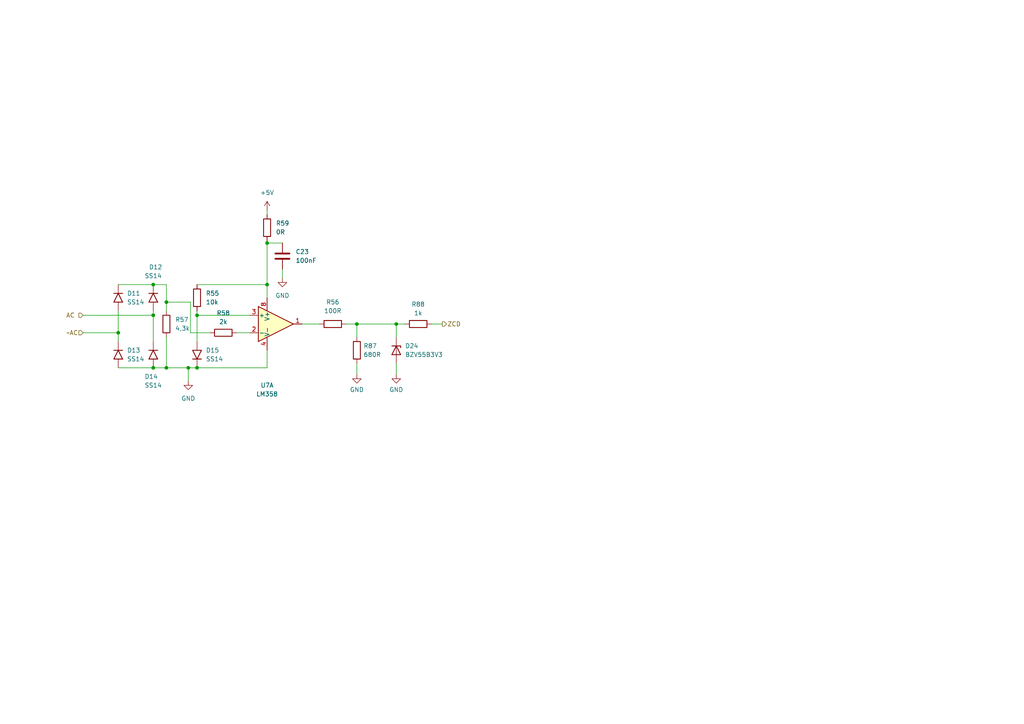
<source format=kicad_sch>
(kicad_sch (version 20231120) (generator "eeschema") (generator_version "8.0")
  (paper "A4")
  (title_block (title "Soldering Station") (date "2024-11-04") (company "BDS-SDCD"))
  (lib_symbols
    (symbol "Amplifier_Operational:LM358" (pin_names (offset 0.127))
      (property "Reference" "U" (at 0 5.08 0))
      (property "Value" "LM358" (at 0 -5.08 0))
      (symbol "LM358_1_1"
        (polyline (pts (xy -5.08 5.08) (xy 5.08 0) (xy -5.08 -5.08) (xy -5.08 5.08)) (stroke (width 0.254)) (fill (type background)))
        (pin output line (at 7.62 0 180) (length 2.54) (name "~") (number "1"))
        (pin input line (at -7.62 -2.54 0) (length 2.54) (name "-") (number "2"))
        (pin input line (at -7.62 2.54 0) (length 2.54) (name "+") (number "3"))
      )
      (symbol "LM358_2_1"
        (polyline (pts (xy -5.08 5.08) (xy 5.08 0) (xy -5.08 -5.08) (xy -5.08 5.08)) (stroke (width 0.254)) (fill (type background)))
        (pin input line (at -7.62 2.54 0) (length 2.54) (name "+") (number "5"))
        (pin input line (at -7.62 -2.54 0) (length 2.54) (name "-") (number "6"))
        (pin output line (at 7.62 0 180) (length 2.54) (name "~") (number "7"))
      )
      (symbol "LM358_3_1"
        (pin power_in line (at -2.54 -7.62 90) (length 3.81) (name "V-") (number "4"))
        (pin power_in line (at -2.54 7.62 270) (length 3.81) (name "V+") (number "8"))
      )
    )
    (symbol "Den_Castom_lib:SS14" (pin_numbers hide) (pin_names hide)
      (property "Reference" "D" (at 0 5.08 0))
      (property "Value" "SS14" (at 0 2.54 0))
      (symbol "SS14_0_1"
        (polyline (pts (xy -1.27 1.27) (xy -1.27 -1.27)) (stroke (width 0.254)))
        (polyline (pts (xy 1.27 1.27) (xy 1.27 -1.27) (xy -1.27 0) (xy 1.27 1.27)) (stroke (width 0.254)))
      )
      (symbol "SS14_1_1"
        (pin passive line (at -3.81 0 0) (length 2.54) (name "K") (number "1"))
        (pin passive line (at 3.81 0 180) (length 2.54) (name "A") (number "2"))
      )
    )
    (symbol "Device:C" (pin_numbers hide) (pin_names (offset 0.254))
      (property "Reference" "C" (at 0.635 2.54 0))
      (property "Value" "C" (at 0.635 -2.54 0))
      (symbol "C_0_1"
        (polyline (pts (xy -2.032 -0.762) (xy 2.032 -0.762)) (stroke (width 0.508)))
        (polyline (pts (xy -2.032 0.762) (xy 2.032 0.762)) (stroke (width 0.508)))
      )
      (symbol "C_1_1"
        (pin passive line (at 0 3.81 270) (length 2.794) (name "~") (number "1"))
        (pin passive line (at 0 -3.81 90) (length 2.794) (name "~") (number "2"))
      )
    )
    (symbol "Device:R" (pin_numbers hide) (pin_names (offset 0))
      (property "Reference" "R" (at 2.032 0 90))
      (property "Value" "R" (at 0 0 90))
      (symbol "R_0_1"
        (rectangle (start -1.016 -2.54) (end 1.016 2.54) (stroke (width 0.254)))
      )
      (symbol "R_1_1"
        (pin passive line (at 0 3.81 270) (length 1.27) (name "~") (number "1"))
        (pin passive line (at 0 -3.81 90) (length 1.27) (name "~") (number "2"))
      )
    )
    (symbol "Diode:BZV55B3V3" (pin_numbers hide) (pin_names hide)
      (property "Reference" "D" (at 0 2.54 0))
      (property "Value" "BZV55B3V3" (at 0 -2.54 0))
      (symbol "BZV55B3V3_0_1"
        (polyline (pts (xy 1.27 0) (xy -1.27 0)))
        (polyline (pts (xy -1.27 -1.27) (xy -1.27 1.27) (xy -0.762 1.27)) (stroke (width 0.254)))
        (polyline (pts (xy 1.27 -1.27) (xy 1.27 1.27) (xy -1.27 0) (xy 1.27 -1.27)) (stroke (width 0.254)))
      )
      (symbol "BZV55B3V3_1_1"
        (pin passive line (at -3.81 0 0) (length 2.54) (name "K") (number "1"))
        (pin passive line (at 3.81 0 180) (length 2.54) (name "A") (number "2"))
      )
    )
    (symbol "power:+5V" (power) (pin_names (offset 0))
      (property "Value" "+5V" (at 0 3.556 0))
      (symbol "+5V_0_1"
        (polyline (pts (xy -0.762 1.27) (xy 0 2.54)))
        (polyline (pts (xy 0 0) (xy 0 2.54)))
        (polyline (pts (xy 0 2.54) (xy 0.762 1.27)))
      )
      (symbol "+5V_1_1"
        (pin power_in line (at 0 0 90) (length 0) hide (name "+5V") (number "1"))
      )
    )
    (symbol "power:GND" (power) (pin_names (offset 0))
      (property "Value" "GND" (at 0 -3.81 0))
      (symbol "GND_0_1"
        (polyline (pts (xy 0 0) (xy 0 -1.27) (xy 1.27 -1.27) (xy 0 -2.54) (xy -1.27 -1.27) (xy 0 -1.27)))
      )
      (symbol "GND_1_1"
        (pin power_in line (at 0 0 270) (length 0) hide (name "GND") (number "1"))
      )
    )
  )
  (junction (at 48.26 106.68))
  (junction (at 77.47 82.55))
  (junction (at 48.26 87.63))
  (junction (at 103.505 93.98))
  (junction (at 44.45 106.68))
  (junction (at 57.15 106.68))
  (junction (at 44.45 82.55))
  (junction (at 77.47 70.485))
  (junction (at 114.935 93.98))
  (junction (at 54.61 106.68))
  (junction (at 34.29 96.52))
  (junction (at 57.15 91.44))
  (junction (at 44.45 91.44))
  (wire (pts (xy 34.29 106.68) (xy 44.45 106.68)))
  (wire (pts (xy 34.29 96.52) (xy 34.29 99.06)))
  (wire (pts (xy 103.505 105.41) (xy 103.505 108.585)))
  (wire (pts (xy 77.47 70.485) (xy 81.915 70.485)))
  (wire (pts (xy 125.095 93.98) (xy 128.27 93.98)))
  (wire (pts (xy 103.505 93.98) (xy 114.935 93.98)))
  (wire (pts (xy 44.45 106.68) (xy 48.26 106.68)))
  (wire (pts (xy 57.15 91.44) (xy 72.39 91.44)))
  (wire (pts (xy 34.29 90.17) (xy 34.29 96.52)))
  (wire (pts (xy 77.47 60.96) (xy 77.47 62.23)))
  (wire (pts (xy 77.47 70.485) (xy 77.47 82.55)))
  (wire (pts (xy 57.15 106.68) (xy 77.47 106.68)))
  (wire (pts (xy 77.47 82.55) (xy 77.47 86.36)))
  (wire (pts (xy 54.61 106.68) (xy 57.15 106.68)))
  (wire (pts (xy 100.33 93.98) (xy 103.505 93.98)))
  (wire (pts (xy 48.26 87.63) (xy 55.245 87.63)))
  (wire (pts (xy 44.45 82.55) (xy 48.26 82.55)))
  (wire (pts (xy 77.47 69.85) (xy 77.47 70.485)))
  (wire (pts (xy 57.15 91.44) (xy 57.15 99.06)))
  (wire (pts (xy 55.245 96.52) (xy 60.96 96.52)))
  (wire (pts (xy 48.26 106.68) (xy 54.61 106.68)))
  (wire (pts (xy 103.505 93.98) (xy 103.505 97.79)))
  (wire (pts (xy 55.245 87.63) (xy 55.245 96.52)))
  (wire (pts (xy 34.29 82.55) (xy 44.45 82.55)))
  (wire (pts (xy 48.26 87.63) (xy 48.26 90.17)))
  (wire (pts (xy 68.58 96.52) (xy 72.39 96.52)))
  (wire (pts (xy 54.61 106.68) (xy 54.61 110.49)))
  (wire (pts (xy 48.26 97.79) (xy 48.26 106.68)))
  (wire (pts (xy 24.13 91.44) (xy 44.45 91.44)))
  (wire (pts (xy 44.45 91.44) (xy 44.45 99.06)))
  (wire (pts (xy 44.45 90.17) (xy 44.45 91.44)))
  (wire (pts (xy 81.915 78.105) (xy 81.915 80.645)))
  (wire (pts (xy 87.63 93.98) (xy 92.71 93.98)))
  (wire (pts (xy 57.15 90.17) (xy 57.15 91.44)))
  (wire (pts (xy 77.47 101.6) (xy 77.47 106.68)))
  (wire (pts (xy 114.935 105.41) (xy 114.935 108.585)))
  (wire (pts (xy 24.13 96.52) (xy 34.29 96.52)))
  (wire (pts (xy 114.935 93.98) (xy 117.475 93.98)))
  (wire (pts (xy 114.935 93.98) (xy 114.935 97.79)))
  (wire (pts (xy 48.26 82.55) (xy 48.26 87.63)))
  (wire (pts (xy 57.15 82.55) (xy 77.47 82.55)))
  (hierarchical_label "~AC" (shape input) (at 24.13 96.52 180))
  (hierarchical_label "AC " (shape input) (at 24.13 91.44 180))
  (hierarchical_label "ZCD" (shape output) (at 128.27 93.98 0))
  (symbol (lib_id "power:GND") (at 114.935 108.585 0) (unit 1)
    (property "Reference" "#PWR059" (effects (hide yes)))
    (property "Value" "GND" (at 114.935 113.03 0))
  )
  (symbol (lib_id "power:GND") (at 81.915 80.645 0) (unit 1)
    (property "Reference" "#PWR056" (effects (hide yes)))
    (property "Value" "GND" (at 81.915 85.725 0))
  )
  (symbol (lib_id "Den_Castom_lib:SS14") (at 34.29 86.36 270) (unit 1)
    (property "Reference" "D11" (at 36.83 85.09 90) (effects (justify left)))
    (property "Value" "SS14" (at 36.83 87.63 90) (effects (justify left)))
    (property "Footprint" "Diode_SMD:D_SMA" (effects (hide yes)))
    (property "Datasheet" "https://datasheetspdf.com/pdf-down/S/S/1/SS12-Vishay.pdf" (effects (hide yes)))
  )
  (symbol (lib_id "Den_Castom_lib:SS14") (at 34.29 102.87 270) (unit 1)
    (property "Reference" "D13" (at 36.83 101.6 90) (effects (justify left)))
    (property "Value" "SS14" (at 36.83 104.14 90) (effects (justify left)))
    (property "Footprint" "Diode_SMD:D_SMA" (effects (hide yes)))
    (property "Datasheet" "https://datasheetspdf.com/pdf-down/S/S/1/SS12-Vishay.pdf" (effects (hide yes)))
  )
  (symbol (lib_id "Device:C") (at 81.915 74.295 0) (unit 1)
    (property "Reference" "C23" (at 85.725 73.025 0) (effects (justify left)))
    (property "Value" "100nF" (at 85.725 75.565 0) (effects (justify left)))
    (property "Footprint" "Capacitor_SMD:C_1206_3216Metric" (effects (hide yes)))
  )
  (symbol (lib_id "Den_Castom_lib:SS14") (at 44.45 102.87 270) (unit 1)
    (property "Reference" "D14" (at 41.91 109.22 90) (effects (justify left)))
    (property "Value" "SS14" (at 41.91 111.76 90) (effects (justify left)))
    (property "Footprint" "Diode_SMD:D_SMA" (effects (hide yes)))
    (property "Datasheet" "https://datasheetspdf.com/pdf-down/S/S/1/SS12-Vishay.pdf" (effects (hide yes)))
  )
  (symbol (lib_id "power:+5V") (at 77.47 60.96 0) (unit 1)
    (property "Reference" "#PWR054" (effects (hide yes)))
    (property "Value" "+5V" (at 77.47 55.88 0))
  )
  (symbol (lib_id "Device:R") (at 64.77 96.52 90) (unit 1)
    (property "Reference" "R58" (at 64.77 90.805 90))
    (property "Value" "2k" (at 64.77 93.345 90))
    (property "Footprint" "Resistor_SMD:R_1206_3216Metric_Pad1.30x1.75mm_HandSolder" (effects (hide yes)))
  )
  (symbol (lib_id "Device:R") (at 121.285 93.98 90) (unit 1)
    (property "Reference" "R88" (at 121.285 88.265 90))
    (property "Value" "1k" (at 121.285 90.805 90))
    (property "Footprint" "Resistor_SMD:R_1206_3216Metric_Pad1.30x1.75mm_HandSolder" (effects (hide yes)))
  )
  (symbol (lib_id "Device:R") (at 103.505 101.6 0) (unit 1)
    (property "Reference" "R87" (at 105.41 100.33 0) (effects (justify left)))
    (property "Value" "680R" (at 105.41 102.87 0) (effects (justify left)))
    (property "Footprint" "Resistor_SMD:R_1206_3216Metric_Pad1.30x1.75mm_HandSolder" (effects (hide yes)))
  )
  (symbol (lib_id "Den_Castom_lib:SS14") (at 57.15 102.87 90) (unit 1)
    (property "Reference" "D15" (at 59.69 101.6 90) (effects (justify right)))
    (property "Value" "SS14" (at 59.69 104.14 90) (effects (justify right)))
    (property "Footprint" "Diode_SMD:D_SMA" (effects (hide yes)))
    (property "Datasheet" "https://datasheetspdf.com/pdf-down/S/S/1/SS12-Vishay.pdf" (effects (hide yes)))
  )
  (symbol (lib_id "Device:R") (at 48.26 93.98 0) (unit 1)
    (property "Reference" "R57" (at 50.8 92.71 0) (effects (justify left)))
    (property "Value" "4,3k" (at 50.8 95.25 0) (effects (justify left)))
    (property "Footprint" "Resistor_SMD:R_1206_3216Metric_Pad1.30x1.75mm_HandSolder" (effects (hide yes)))
  )
  (symbol (lib_id "Den_Castom_lib:SS14") (at 44.45 86.36 270) (unit 1)
    (property "Reference" "D12" (at 43.18 77.47 90) (effects (justify left)))
    (property "Value" "SS14" (at 41.91 80.01 90) (effects (justify left)))
    (property "Footprint" "Diode_SMD:D_SMA" (effects (hide yes)))
    (property "Datasheet" "https://datasheetspdf.com/pdf-down/S/S/1/SS12-Vishay.pdf" (effects (hide yes)))
  )
  (symbol (lib_id "Device:R") (at 77.47 66.04 0) (unit 1)
    (property "Reference" "R59" (at 80.01 64.77 0) (effects (justify left)))
    (property "Value" "0R" (at 80.01 67.31 0) (effects (justify left)))
    (property "Footprint" "Resistor_SMD:R_1206_3216Metric_Pad1.30x1.75mm_HandSolder" (effects (hide yes)))
  )
  (symbol (lib_id "Diode:BZV55B3V3") (at 114.935 101.6 270) (unit 1)
    (property "Reference" "D24" (at 117.475 100.33 90) (effects (justify left)))
    (property "Value" "BZV55B3V3" (at 117.475 102.87 90) (effects (justify left)))
    (property "Footprint" "Diode_SMD:D_MiniMELF" (effects (hide yes)))
    (property "Datasheet" "https://assets.nexperia.com/documents/data-sheet/BZV55_SER.pdf" (effects (hide yes)))
  )
  (symbol (lib_id "Device:R") (at 57.15 86.36 0) (unit 1)
    (property "Reference" "R55" (at 59.69 85.09 0) (effects (justify left)))
    (property "Value" "10k" (at 59.69 87.63 0) (effects (justify left)))
    (property "Footprint" "Resistor_SMD:R_1206_3216Metric_Pad1.30x1.75mm_HandSolder" (effects (hide yes)))
  )
  (symbol (lib_id "Device:R") (at 96.52 93.98 90) (unit 1)
    (property "Reference" "R56" (at 96.52 87.63 90))
    (property "Value" "100R" (at 96.52 90.17 90))
    (property "Footprint" "Resistor_SMD:R_1206_3216Metric_Pad1.30x1.75mm_HandSolder" (effects (hide yes)))
  )
  (symbol (lib_id "power:GND") (at 54.61 110.49 0) (unit 1)
    (property "Reference" "#PWR055" (effects (hide yes)))
    (property "Value" "GND" (at 54.61 115.57 0))
  )
  (symbol (lib_id "power:GND") (at 103.505 108.585 0) (unit 1)
    (property "Reference" "#PWR057" (effects (hide yes)))
    (property "Value" "GND" (at 103.505 113.03 0))
  )
  (symbol (lib_id "Amplifier_Operational:LM358") (at 80.01 93.98 0) (unit 1)
    (property "Reference" "U7" (at 77.47 111.76 0))
    (property "Value" "LM358" (at 77.47 114.3 0))
    (property "Footprint" "Package_SO:SOIC-8_3.9x4.9mm_P1.27mm" (effects (hide yes)))
    (property "Datasheet" "http://www.ti.com/lit/ds/symlink/lm2904-n.pdf" (effects (hide yes)))
  )
  (symbol (lib_id "Amplifier_Operational:LM358") (at 80.01 93.98 0) (unit 3)
    (property "Reference" "U7" (effects (hide yes)))
    (property "Value" "LM358" (effects (hide yes)))
    (property "Footprint" "Package_SO:SOIC-8_3.9x4.9mm_P1.27mm" (effects (hide yes)))
    (property "Datasheet" "http://www.ti.com/lit/ds/symlink/lm2904-n.pdf" (effects (hide yes)))
  )
)
</source>
